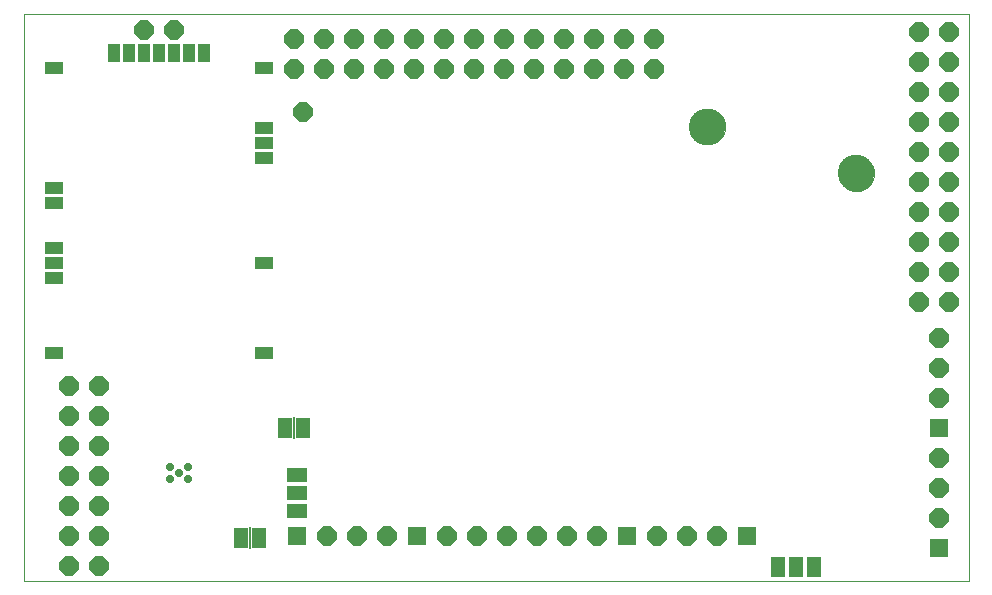
<source format=gbs>
G75*
%MOIN*%
%OFA0B0*%
%FSLAX25Y25*%
%IPPOS*%
%LPD*%
%AMOC8*
5,1,8,0,0,1.08239X$1,22.5*
%
%ADD10C,0.00000*%
%ADD11C,0.12211*%
%ADD12C,0.02781*%
%ADD13C,0.02800*%
%ADD14OC8,0.06400*%
%ADD15R,0.06700X0.05000*%
%ADD16R,0.05000X0.06700*%
%ADD17R,0.00600X0.07200*%
%ADD18R,0.06400X0.06400*%
%ADD19R,0.06400X0.04400*%
%ADD20R,0.04400X0.06400*%
D10*
X0007131Y0012652D02*
X0007131Y0201628D01*
X0322092Y0201628D01*
X0322092Y0012652D01*
X0007131Y0012652D01*
X0229164Y0164079D02*
X0229166Y0164232D01*
X0229172Y0164386D01*
X0229182Y0164539D01*
X0229196Y0164691D01*
X0229214Y0164844D01*
X0229236Y0164995D01*
X0229261Y0165146D01*
X0229291Y0165297D01*
X0229325Y0165447D01*
X0229362Y0165595D01*
X0229403Y0165743D01*
X0229448Y0165889D01*
X0229497Y0166035D01*
X0229550Y0166179D01*
X0229606Y0166321D01*
X0229666Y0166462D01*
X0229730Y0166602D01*
X0229797Y0166740D01*
X0229868Y0166876D01*
X0229943Y0167010D01*
X0230020Y0167142D01*
X0230102Y0167272D01*
X0230186Y0167400D01*
X0230274Y0167526D01*
X0230365Y0167649D01*
X0230459Y0167770D01*
X0230557Y0167888D01*
X0230657Y0168004D01*
X0230761Y0168117D01*
X0230867Y0168228D01*
X0230976Y0168336D01*
X0231088Y0168441D01*
X0231202Y0168542D01*
X0231320Y0168641D01*
X0231439Y0168737D01*
X0231561Y0168830D01*
X0231686Y0168919D01*
X0231813Y0169006D01*
X0231942Y0169088D01*
X0232073Y0169168D01*
X0232206Y0169244D01*
X0232341Y0169317D01*
X0232478Y0169386D01*
X0232617Y0169451D01*
X0232757Y0169513D01*
X0232899Y0169571D01*
X0233042Y0169626D01*
X0233187Y0169677D01*
X0233333Y0169724D01*
X0233480Y0169767D01*
X0233628Y0169806D01*
X0233777Y0169842D01*
X0233927Y0169873D01*
X0234078Y0169901D01*
X0234229Y0169925D01*
X0234382Y0169945D01*
X0234534Y0169961D01*
X0234687Y0169973D01*
X0234840Y0169981D01*
X0234993Y0169985D01*
X0235147Y0169985D01*
X0235300Y0169981D01*
X0235453Y0169973D01*
X0235606Y0169961D01*
X0235758Y0169945D01*
X0235911Y0169925D01*
X0236062Y0169901D01*
X0236213Y0169873D01*
X0236363Y0169842D01*
X0236512Y0169806D01*
X0236660Y0169767D01*
X0236807Y0169724D01*
X0236953Y0169677D01*
X0237098Y0169626D01*
X0237241Y0169571D01*
X0237383Y0169513D01*
X0237523Y0169451D01*
X0237662Y0169386D01*
X0237799Y0169317D01*
X0237934Y0169244D01*
X0238067Y0169168D01*
X0238198Y0169088D01*
X0238327Y0169006D01*
X0238454Y0168919D01*
X0238579Y0168830D01*
X0238701Y0168737D01*
X0238820Y0168641D01*
X0238938Y0168542D01*
X0239052Y0168441D01*
X0239164Y0168336D01*
X0239273Y0168228D01*
X0239379Y0168117D01*
X0239483Y0168004D01*
X0239583Y0167888D01*
X0239681Y0167770D01*
X0239775Y0167649D01*
X0239866Y0167526D01*
X0239954Y0167400D01*
X0240038Y0167272D01*
X0240120Y0167142D01*
X0240197Y0167010D01*
X0240272Y0166876D01*
X0240343Y0166740D01*
X0240410Y0166602D01*
X0240474Y0166462D01*
X0240534Y0166321D01*
X0240590Y0166179D01*
X0240643Y0166035D01*
X0240692Y0165889D01*
X0240737Y0165743D01*
X0240778Y0165595D01*
X0240815Y0165447D01*
X0240849Y0165297D01*
X0240879Y0165146D01*
X0240904Y0164995D01*
X0240926Y0164844D01*
X0240944Y0164691D01*
X0240958Y0164539D01*
X0240968Y0164386D01*
X0240974Y0164232D01*
X0240976Y0164079D01*
X0240974Y0163926D01*
X0240968Y0163772D01*
X0240958Y0163619D01*
X0240944Y0163467D01*
X0240926Y0163314D01*
X0240904Y0163163D01*
X0240879Y0163012D01*
X0240849Y0162861D01*
X0240815Y0162711D01*
X0240778Y0162563D01*
X0240737Y0162415D01*
X0240692Y0162269D01*
X0240643Y0162123D01*
X0240590Y0161979D01*
X0240534Y0161837D01*
X0240474Y0161696D01*
X0240410Y0161556D01*
X0240343Y0161418D01*
X0240272Y0161282D01*
X0240197Y0161148D01*
X0240120Y0161016D01*
X0240038Y0160886D01*
X0239954Y0160758D01*
X0239866Y0160632D01*
X0239775Y0160509D01*
X0239681Y0160388D01*
X0239583Y0160270D01*
X0239483Y0160154D01*
X0239379Y0160041D01*
X0239273Y0159930D01*
X0239164Y0159822D01*
X0239052Y0159717D01*
X0238938Y0159616D01*
X0238820Y0159517D01*
X0238701Y0159421D01*
X0238579Y0159328D01*
X0238454Y0159239D01*
X0238327Y0159152D01*
X0238198Y0159070D01*
X0238067Y0158990D01*
X0237934Y0158914D01*
X0237799Y0158841D01*
X0237662Y0158772D01*
X0237523Y0158707D01*
X0237383Y0158645D01*
X0237241Y0158587D01*
X0237098Y0158532D01*
X0236953Y0158481D01*
X0236807Y0158434D01*
X0236660Y0158391D01*
X0236512Y0158352D01*
X0236363Y0158316D01*
X0236213Y0158285D01*
X0236062Y0158257D01*
X0235911Y0158233D01*
X0235758Y0158213D01*
X0235606Y0158197D01*
X0235453Y0158185D01*
X0235300Y0158177D01*
X0235147Y0158173D01*
X0234993Y0158173D01*
X0234840Y0158177D01*
X0234687Y0158185D01*
X0234534Y0158197D01*
X0234382Y0158213D01*
X0234229Y0158233D01*
X0234078Y0158257D01*
X0233927Y0158285D01*
X0233777Y0158316D01*
X0233628Y0158352D01*
X0233480Y0158391D01*
X0233333Y0158434D01*
X0233187Y0158481D01*
X0233042Y0158532D01*
X0232899Y0158587D01*
X0232757Y0158645D01*
X0232617Y0158707D01*
X0232478Y0158772D01*
X0232341Y0158841D01*
X0232206Y0158914D01*
X0232073Y0158990D01*
X0231942Y0159070D01*
X0231813Y0159152D01*
X0231686Y0159239D01*
X0231561Y0159328D01*
X0231439Y0159421D01*
X0231320Y0159517D01*
X0231202Y0159616D01*
X0231088Y0159717D01*
X0230976Y0159822D01*
X0230867Y0159930D01*
X0230761Y0160041D01*
X0230657Y0160154D01*
X0230557Y0160270D01*
X0230459Y0160388D01*
X0230365Y0160509D01*
X0230274Y0160632D01*
X0230186Y0160758D01*
X0230102Y0160886D01*
X0230020Y0161016D01*
X0229943Y0161148D01*
X0229868Y0161282D01*
X0229797Y0161418D01*
X0229730Y0161556D01*
X0229666Y0161696D01*
X0229606Y0161837D01*
X0229550Y0161979D01*
X0229497Y0162123D01*
X0229448Y0162269D01*
X0229403Y0162415D01*
X0229362Y0162563D01*
X0229325Y0162711D01*
X0229291Y0162861D01*
X0229261Y0163012D01*
X0229236Y0163163D01*
X0229214Y0163314D01*
X0229196Y0163467D01*
X0229182Y0163619D01*
X0229172Y0163772D01*
X0229166Y0163926D01*
X0229164Y0164079D01*
X0278785Y0148479D02*
X0278787Y0148632D01*
X0278793Y0148786D01*
X0278803Y0148939D01*
X0278817Y0149091D01*
X0278835Y0149244D01*
X0278857Y0149395D01*
X0278882Y0149546D01*
X0278912Y0149697D01*
X0278946Y0149847D01*
X0278983Y0149995D01*
X0279024Y0150143D01*
X0279069Y0150289D01*
X0279118Y0150435D01*
X0279171Y0150579D01*
X0279227Y0150721D01*
X0279287Y0150862D01*
X0279351Y0151002D01*
X0279418Y0151140D01*
X0279489Y0151276D01*
X0279564Y0151410D01*
X0279641Y0151542D01*
X0279723Y0151672D01*
X0279807Y0151800D01*
X0279895Y0151926D01*
X0279986Y0152049D01*
X0280080Y0152170D01*
X0280178Y0152288D01*
X0280278Y0152404D01*
X0280382Y0152517D01*
X0280488Y0152628D01*
X0280597Y0152736D01*
X0280709Y0152841D01*
X0280823Y0152942D01*
X0280941Y0153041D01*
X0281060Y0153137D01*
X0281182Y0153230D01*
X0281307Y0153319D01*
X0281434Y0153406D01*
X0281563Y0153488D01*
X0281694Y0153568D01*
X0281827Y0153644D01*
X0281962Y0153717D01*
X0282099Y0153786D01*
X0282238Y0153851D01*
X0282378Y0153913D01*
X0282520Y0153971D01*
X0282663Y0154026D01*
X0282808Y0154077D01*
X0282954Y0154124D01*
X0283101Y0154167D01*
X0283249Y0154206D01*
X0283398Y0154242D01*
X0283548Y0154273D01*
X0283699Y0154301D01*
X0283850Y0154325D01*
X0284003Y0154345D01*
X0284155Y0154361D01*
X0284308Y0154373D01*
X0284461Y0154381D01*
X0284614Y0154385D01*
X0284768Y0154385D01*
X0284921Y0154381D01*
X0285074Y0154373D01*
X0285227Y0154361D01*
X0285379Y0154345D01*
X0285532Y0154325D01*
X0285683Y0154301D01*
X0285834Y0154273D01*
X0285984Y0154242D01*
X0286133Y0154206D01*
X0286281Y0154167D01*
X0286428Y0154124D01*
X0286574Y0154077D01*
X0286719Y0154026D01*
X0286862Y0153971D01*
X0287004Y0153913D01*
X0287144Y0153851D01*
X0287283Y0153786D01*
X0287420Y0153717D01*
X0287555Y0153644D01*
X0287688Y0153568D01*
X0287819Y0153488D01*
X0287948Y0153406D01*
X0288075Y0153319D01*
X0288200Y0153230D01*
X0288322Y0153137D01*
X0288441Y0153041D01*
X0288559Y0152942D01*
X0288673Y0152841D01*
X0288785Y0152736D01*
X0288894Y0152628D01*
X0289000Y0152517D01*
X0289104Y0152404D01*
X0289204Y0152288D01*
X0289302Y0152170D01*
X0289396Y0152049D01*
X0289487Y0151926D01*
X0289575Y0151800D01*
X0289659Y0151672D01*
X0289741Y0151542D01*
X0289818Y0151410D01*
X0289893Y0151276D01*
X0289964Y0151140D01*
X0290031Y0151002D01*
X0290095Y0150862D01*
X0290155Y0150721D01*
X0290211Y0150579D01*
X0290264Y0150435D01*
X0290313Y0150289D01*
X0290358Y0150143D01*
X0290399Y0149995D01*
X0290436Y0149847D01*
X0290470Y0149697D01*
X0290500Y0149546D01*
X0290525Y0149395D01*
X0290547Y0149244D01*
X0290565Y0149091D01*
X0290579Y0148939D01*
X0290589Y0148786D01*
X0290595Y0148632D01*
X0290597Y0148479D01*
X0290595Y0148326D01*
X0290589Y0148172D01*
X0290579Y0148019D01*
X0290565Y0147867D01*
X0290547Y0147714D01*
X0290525Y0147563D01*
X0290500Y0147412D01*
X0290470Y0147261D01*
X0290436Y0147111D01*
X0290399Y0146963D01*
X0290358Y0146815D01*
X0290313Y0146669D01*
X0290264Y0146523D01*
X0290211Y0146379D01*
X0290155Y0146237D01*
X0290095Y0146096D01*
X0290031Y0145956D01*
X0289964Y0145818D01*
X0289893Y0145682D01*
X0289818Y0145548D01*
X0289741Y0145416D01*
X0289659Y0145286D01*
X0289575Y0145158D01*
X0289487Y0145032D01*
X0289396Y0144909D01*
X0289302Y0144788D01*
X0289204Y0144670D01*
X0289104Y0144554D01*
X0289000Y0144441D01*
X0288894Y0144330D01*
X0288785Y0144222D01*
X0288673Y0144117D01*
X0288559Y0144016D01*
X0288441Y0143917D01*
X0288322Y0143821D01*
X0288200Y0143728D01*
X0288075Y0143639D01*
X0287948Y0143552D01*
X0287819Y0143470D01*
X0287688Y0143390D01*
X0287555Y0143314D01*
X0287420Y0143241D01*
X0287283Y0143172D01*
X0287144Y0143107D01*
X0287004Y0143045D01*
X0286862Y0142987D01*
X0286719Y0142932D01*
X0286574Y0142881D01*
X0286428Y0142834D01*
X0286281Y0142791D01*
X0286133Y0142752D01*
X0285984Y0142716D01*
X0285834Y0142685D01*
X0285683Y0142657D01*
X0285532Y0142633D01*
X0285379Y0142613D01*
X0285227Y0142597D01*
X0285074Y0142585D01*
X0284921Y0142577D01*
X0284768Y0142573D01*
X0284614Y0142573D01*
X0284461Y0142577D01*
X0284308Y0142585D01*
X0284155Y0142597D01*
X0284003Y0142613D01*
X0283850Y0142633D01*
X0283699Y0142657D01*
X0283548Y0142685D01*
X0283398Y0142716D01*
X0283249Y0142752D01*
X0283101Y0142791D01*
X0282954Y0142834D01*
X0282808Y0142881D01*
X0282663Y0142932D01*
X0282520Y0142987D01*
X0282378Y0143045D01*
X0282238Y0143107D01*
X0282099Y0143172D01*
X0281962Y0143241D01*
X0281827Y0143314D01*
X0281694Y0143390D01*
X0281563Y0143470D01*
X0281434Y0143552D01*
X0281307Y0143639D01*
X0281182Y0143728D01*
X0281060Y0143821D01*
X0280941Y0143917D01*
X0280823Y0144016D01*
X0280709Y0144117D01*
X0280597Y0144222D01*
X0280488Y0144330D01*
X0280382Y0144441D01*
X0280278Y0144554D01*
X0280178Y0144670D01*
X0280080Y0144788D01*
X0279986Y0144909D01*
X0279895Y0145032D01*
X0279807Y0145158D01*
X0279723Y0145286D01*
X0279641Y0145416D01*
X0279564Y0145548D01*
X0279489Y0145682D01*
X0279418Y0145818D01*
X0279351Y0145956D01*
X0279287Y0146096D01*
X0279227Y0146237D01*
X0279171Y0146379D01*
X0279118Y0146523D01*
X0279069Y0146669D01*
X0279024Y0146815D01*
X0278983Y0146963D01*
X0278946Y0147111D01*
X0278912Y0147261D01*
X0278882Y0147412D01*
X0278857Y0147563D01*
X0278835Y0147714D01*
X0278817Y0147867D01*
X0278803Y0148019D01*
X0278793Y0148172D01*
X0278787Y0148326D01*
X0278785Y0148479D01*
D11*
X0284691Y0148479D03*
X0235070Y0164079D03*
D12*
X0056012Y0050556D03*
D13*
X0059012Y0048556D03*
X0056012Y0046556D03*
X0062012Y0046556D03*
X0062012Y0050556D03*
D14*
X0032131Y0047563D03*
X0022131Y0047563D03*
X0022131Y0057563D03*
X0032131Y0057563D03*
X0032131Y0067563D03*
X0022131Y0067563D03*
X0022131Y0077563D03*
X0032131Y0077563D03*
X0032131Y0037563D03*
X0022131Y0037563D03*
X0022131Y0027563D03*
X0032131Y0027563D03*
X0032131Y0017563D03*
X0022131Y0017563D03*
X0108131Y0027515D03*
X0118131Y0027515D03*
X0128131Y0027515D03*
X0148131Y0027515D03*
X0158131Y0027515D03*
X0168131Y0027515D03*
X0178131Y0027515D03*
X0188131Y0027515D03*
X0198131Y0027515D03*
X0218131Y0027515D03*
X0228131Y0027515D03*
X0238131Y0027515D03*
X0312331Y0033715D03*
X0312331Y0043715D03*
X0312331Y0053715D03*
X0312331Y0073715D03*
X0312331Y0083715D03*
X0312331Y0093715D03*
X0315731Y0105463D03*
X0305731Y0105463D03*
X0305731Y0115463D03*
X0315731Y0115463D03*
X0315731Y0125463D03*
X0305731Y0125463D03*
X0305731Y0135463D03*
X0315731Y0135463D03*
X0315731Y0145463D03*
X0305731Y0145463D03*
X0305731Y0155463D03*
X0315731Y0155463D03*
X0315731Y0165463D03*
X0305731Y0165463D03*
X0305731Y0175463D03*
X0315731Y0175463D03*
X0315731Y0185463D03*
X0305731Y0185463D03*
X0305731Y0195463D03*
X0315731Y0195463D03*
X0217131Y0193263D03*
X0207131Y0193263D03*
X0197131Y0193263D03*
X0187131Y0193263D03*
X0177131Y0193263D03*
X0167131Y0193263D03*
X0157131Y0193263D03*
X0147131Y0193263D03*
X0137131Y0193263D03*
X0127131Y0193263D03*
X0117131Y0193263D03*
X0107131Y0193263D03*
X0097131Y0193263D03*
X0097131Y0183263D03*
X0107131Y0183263D03*
X0117131Y0183263D03*
X0127131Y0183263D03*
X0137131Y0183263D03*
X0147131Y0183263D03*
X0157131Y0183263D03*
X0167131Y0183263D03*
X0177131Y0183263D03*
X0187131Y0183263D03*
X0197131Y0183263D03*
X0207131Y0183263D03*
X0217131Y0183263D03*
X0100131Y0168915D03*
X0057131Y0196215D03*
X0047131Y0196215D03*
D15*
X0098215Y0047820D03*
X0098215Y0041820D03*
X0098215Y0035820D03*
D16*
X0085698Y0026778D03*
X0079698Y0026778D03*
X0094131Y0063715D03*
X0100131Y0063715D03*
X0258531Y0017115D03*
X0264531Y0017115D03*
X0270531Y0017115D03*
D17*
X0097131Y0063715D03*
X0082698Y0026778D03*
D18*
X0098131Y0027515D03*
X0138131Y0027515D03*
X0208131Y0027515D03*
X0248131Y0027515D03*
X0312331Y0023715D03*
X0312331Y0063715D03*
D19*
X0087131Y0088715D03*
X0087131Y0118715D03*
X0087131Y0153715D03*
X0087131Y0158715D03*
X0087131Y0163715D03*
X0087131Y0183715D03*
X0017131Y0183715D03*
X0017131Y0143715D03*
X0017131Y0138715D03*
X0017131Y0123715D03*
X0017131Y0118715D03*
X0017131Y0113715D03*
X0017131Y0088715D03*
D20*
X0037131Y0188715D03*
X0042131Y0188715D03*
X0047131Y0188715D03*
X0052131Y0188715D03*
X0057131Y0188715D03*
X0062131Y0188715D03*
X0067131Y0188715D03*
M02*

</source>
